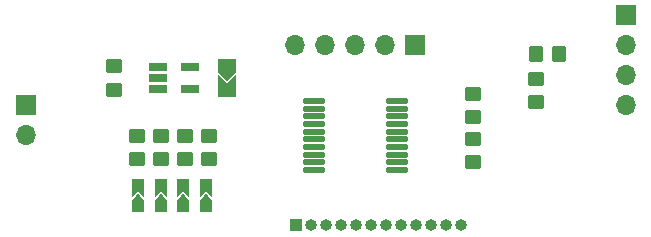
<source format=gts>
G04 #@! TF.GenerationSoftware,KiCad,Pcbnew,(6.0.6)*
G04 #@! TF.CreationDate,2023-04-02T13:24:19+02:00*
G04 #@! TF.ProjectId,LampeSolairePetite,4c616d70-6553-46f6-9c61-697265506574,R00*
G04 #@! TF.SameCoordinates,PX5f5e100PY5cfbb60*
G04 #@! TF.FileFunction,Soldermask,Top*
G04 #@! TF.FilePolarity,Negative*
%FSLAX46Y46*%
G04 Gerber Fmt 4.6, Leading zero omitted, Abs format (unit mm)*
G04 Created by KiCad (PCBNEW (6.0.6)) date 2023-04-02 13:24:19*
%MOMM*%
%LPD*%
G01*
G04 APERTURE LIST*
G04 Aperture macros list*
%AMRoundRect*
0 Rectangle with rounded corners*
0 $1 Rounding radius*
0 $2 $3 $4 $5 $6 $7 $8 $9 X,Y pos of 4 corners*
0 Add a 4 corners polygon primitive as box body*
4,1,4,$2,$3,$4,$5,$6,$7,$8,$9,$2,$3,0*
0 Add four circle primitives for the rounded corners*
1,1,$1+$1,$2,$3*
1,1,$1+$1,$4,$5*
1,1,$1+$1,$6,$7*
1,1,$1+$1,$8,$9*
0 Add four rect primitives between the rounded corners*
20,1,$1+$1,$2,$3,$4,$5,0*
20,1,$1+$1,$4,$5,$6,$7,0*
20,1,$1+$1,$6,$7,$8,$9,0*
20,1,$1+$1,$8,$9,$2,$3,0*%
%AMFreePoly0*
4,1,6,0.525000,-0.475000,-1.015000,-0.475000,-0.525000,0.000000,-1.025000,0.475000,0.525000,0.475000,0.525000,-0.475000,0.525000,-0.475000,$1*%
%AMFreePoly1*
4,1,6,1.025000,0.000000,0.525000,-0.475000,-0.525000,-0.475000,-0.525000,0.475000,0.525000,0.475000,1.025000,0.000000,1.025000,0.000000,$1*%
%AMFreePoly2*
4,1,6,0.587500,-0.725000,-0.587500,-0.725000,-1.287500,0.000000,-0.587500,0.725000,0.587500,0.725000,0.587500,-0.725000,0.587500,-0.725000,$1*%
%AMFreePoly3*
4,1,6,0.587500,0.000000,1.287500,-0.725000,-0.587500,-0.725000,-0.587500,0.725000,1.287500,0.725000,0.587500,0.000000,0.587500,0.000000,$1*%
G04 Aperture macros list end*
%ADD10R,1.700000X1.700000*%
%ADD11O,1.700000X1.700000*%
%ADD12RoundRect,0.250000X-0.450000X0.350000X-0.450000X-0.350000X0.450000X-0.350000X0.450000X0.350000X0*%
%ADD13FreePoly0,90.000000*%
%ADD14FreePoly1,90.000000*%
%ADD15FreePoly2,90.000000*%
%ADD16FreePoly3,90.000000*%
%ADD17RoundRect,0.125000X-0.825000X-0.125000X0.825000X-0.125000X0.825000X0.125000X-0.825000X0.125000X0*%
%ADD18R,1.560000X0.650000*%
%ADD19RoundRect,0.250000X0.350000X0.450000X-0.350000X0.450000X-0.350000X-0.450000X0.350000X-0.450000X0*%
%ADD20R,1.000000X1.000000*%
%ADD21O,1.000000X1.000000*%
G04 APERTURE END LIST*
D10*
X47320000Y23840000D03*
D11*
X47320000Y21300000D03*
X47320000Y18760000D03*
X47320000Y16220000D03*
D12*
X39700000Y16490000D03*
X39700000Y18490000D03*
D11*
X19375000Y21300000D03*
X21915000Y21300000D03*
X24455000Y21300000D03*
X26995000Y21300000D03*
D10*
X29535000Y21300000D03*
D13*
X11760000Y9475000D03*
D14*
X11760000Y7725000D03*
D13*
X9855000Y9475000D03*
D14*
X9855000Y7725000D03*
D13*
X7950000Y9475000D03*
D14*
X7950000Y7725000D03*
X6045000Y7725000D03*
D13*
X6045000Y9475000D03*
D15*
X13538000Y19565000D03*
D16*
X13538000Y17490000D03*
D17*
X27960000Y16605000D03*
X27960000Y15955000D03*
X27960000Y15305000D03*
X27960000Y14655000D03*
X27960000Y14005000D03*
X27960000Y13355000D03*
X27960000Y12705000D03*
X27960000Y12055000D03*
X27960000Y11405000D03*
X27960000Y10755000D03*
X20960000Y10755000D03*
X20960000Y11405000D03*
X20960000Y12055000D03*
X20960000Y12705000D03*
X20960000Y13355000D03*
X20960000Y14005000D03*
X20960000Y14655000D03*
X20960000Y15305000D03*
X20960000Y15955000D03*
X20960000Y16605000D03*
D18*
X7743000Y19477500D03*
X7743000Y18527500D03*
X7743000Y17577500D03*
X10443000Y17577500D03*
X10443000Y19477500D03*
D19*
X39716000Y20538000D03*
X41716000Y20538000D03*
D12*
X34366000Y11410000D03*
X34366000Y13410000D03*
X34366000Y15220000D03*
X34366000Y17220000D03*
X12014000Y11664000D03*
X12014000Y13664000D03*
X4013000Y17527500D03*
X4013000Y19527500D03*
X9982000Y11664000D03*
X9982000Y13664000D03*
X7950000Y13664000D03*
X7950000Y11664000D03*
X5918000Y11664000D03*
X5918000Y13664000D03*
D20*
X19380000Y6060000D03*
D21*
X20650000Y6060000D03*
X21920000Y6060000D03*
X23190000Y6060000D03*
X24460000Y6060000D03*
X25730000Y6060000D03*
X27000000Y6060000D03*
X28270000Y6060000D03*
X29540000Y6060000D03*
X30810000Y6060000D03*
X32080000Y6060000D03*
X33350000Y6060000D03*
D11*
X-3480000Y13680000D03*
D10*
X-3480000Y16220000D03*
M02*

</source>
